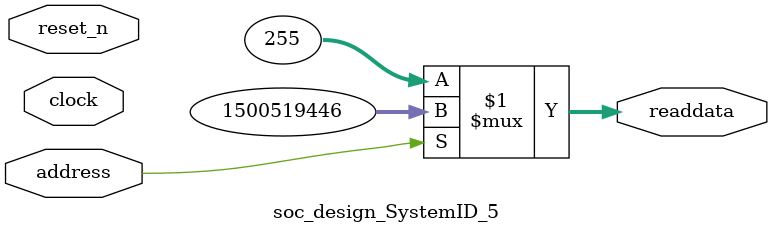
<source format=v>
module soc_design_SystemID_5 (
                address,
                clock,
                reset_n,
                readdata
             )
;
  output  [ 31: 0] readdata;
  input            address;
  input            clock;
  input            reset_n;
  wire    [ 31: 0] readdata;
  assign readdata = address ? 1500519446 : 255;
endmodule
</source>
